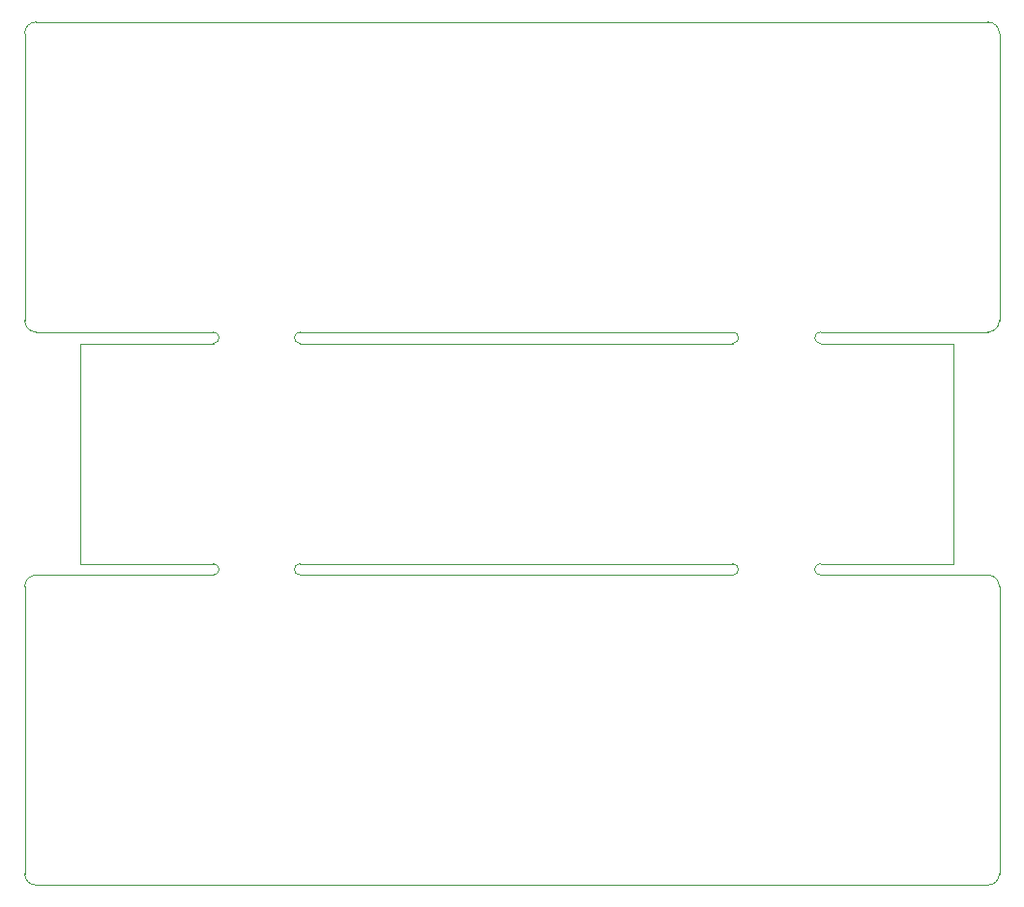
<source format=gbr>
G04 #@! TF.GenerationSoftware,KiCad,Pcbnew,(5.1.4-0-10_14)*
G04 #@! TF.CreationDate,2021-02-23T13:16:56-08:00*
G04 #@! TF.ProjectId,fourkey,666f7572-6b65-4792-9e6b-696361645f70,rev?*
G04 #@! TF.SameCoordinates,Original*
G04 #@! TF.FileFunction,Profile,NP*
%FSLAX46Y46*%
G04 Gerber Fmt 4.6, Leading zero omitted, Abs format (unit mm)*
G04 Created by KiCad (PCBNEW (5.1.4-0-10_14)) date 2021-02-23 13:16:56*
%MOMM*%
%LPD*%
G04 APERTURE LIST*
%ADD10C,0.050000*%
G04 APERTURE END LIST*
D10*
X211344000Y-75708000D02*
G75*
G03X212344000Y-74708000I0J1000000D01*
G01*
X212344000Y-49530000D02*
G75*
G03X211344000Y-48530000I-1000000J0D01*
G01*
X127000000Y-49530000D02*
G75*
G02X128000000Y-48530000I1000000J0D01*
G01*
X128000000Y-75708000D02*
G75*
G02X127000000Y-74708000I0J1000000D01*
G01*
X211344000Y-97012000D02*
G75*
G02X212344000Y-98012000I0J-1000000D01*
G01*
X211344000Y-124190000D02*
G75*
G03X212344000Y-123190000I0J1000000D01*
G01*
X128000000Y-124190000D02*
G75*
G02X127000000Y-123190000I0J1000000D01*
G01*
X127000000Y-98012000D02*
G75*
G02X128000000Y-97012000I1000000J0D01*
G01*
X151122000Y-76708000D02*
G75*
G02X151122000Y-75708000I0J500000D01*
G01*
X143510000Y-76708000D02*
G75*
G03X143510000Y-75708000I0J500000D01*
G01*
X196680000Y-76708000D02*
G75*
G02X196680000Y-75708000I0J500000D01*
G01*
X189000000Y-76708000D02*
G75*
G03X189000000Y-75708000I0J500000D01*
G01*
X196680000Y-97011999D02*
G75*
G02X196680000Y-96012001I0J499999D01*
G01*
X189000000Y-97011999D02*
G75*
G03X189000000Y-96012001I0J499999D01*
G01*
X151122000Y-97012000D02*
G75*
G02X151122000Y-96012000I0J500000D01*
G01*
X143510000Y-97012000D02*
G75*
G03X143510000Y-96012000I0J500000D01*
G01*
X211344000Y-124190000D02*
X128000000Y-124190000D01*
X212344000Y-98012000D02*
X212344000Y-123190000D01*
X128000000Y-97012000D02*
X143510000Y-97012000D01*
X127000000Y-98012000D02*
X127000000Y-123190000D01*
X196680000Y-97012000D02*
X211344000Y-97012000D01*
X151122000Y-97012000D02*
X189000000Y-97012000D01*
X196680000Y-96012000D02*
X208280000Y-96012000D01*
X151122000Y-96012000D02*
X189000000Y-96012000D01*
X189000000Y-76708000D02*
X151122000Y-76708000D01*
X196680000Y-75708000D02*
X211344000Y-75708000D01*
X143510000Y-76708000D02*
X131826000Y-76708000D01*
X151122000Y-75708000D02*
X189000000Y-75708000D01*
X211344000Y-48530000D02*
X128000000Y-48530000D01*
X127000000Y-49530000D02*
X127000000Y-74708000D01*
X128000000Y-75708000D02*
X143510000Y-75708000D01*
X212344000Y-74708000D02*
X212344000Y-49530000D01*
X208280000Y-96012000D02*
X208280000Y-76708000D01*
X131826000Y-96012000D02*
X143510000Y-96012000D01*
X131826000Y-76708000D02*
X131826000Y-96012000D01*
X208280000Y-76708000D02*
X196680000Y-76708000D01*
M02*

</source>
